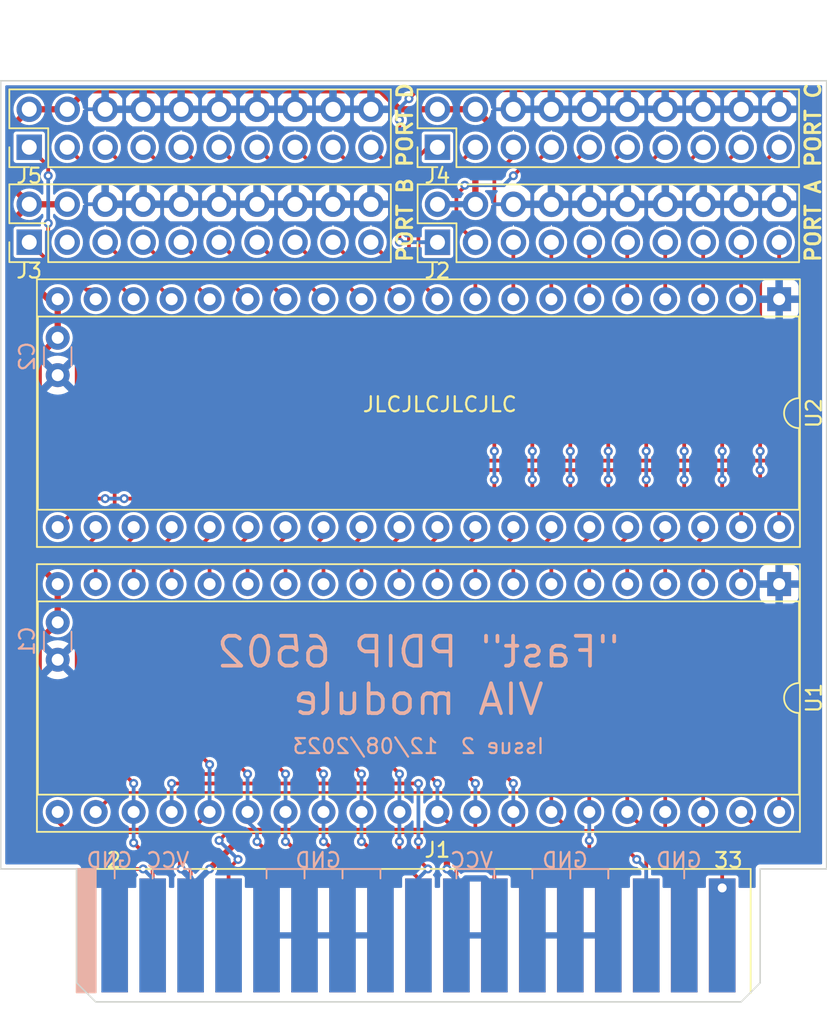
<source format=kicad_pcb>
(kicad_pcb (version 20221018) (generator pcbnew)
  (layers (0 "F.Cu" signal) (31 "B.Cu" signal) (34 "B.Paste" user) (35 "F.Paste" user) (36 "B.SilkS" user "B.Silkscreen") (37 "F.SilkS" user "F.Silkscreen") (38 "B.Mask" user) (39 "F.Mask" user) (44 "Edge.Cuts" user))
  (net 0 "")
  (net 1 "VCCQ")
  (net 3 "/~{VIRQ}")
  (net 4 "/~{VCS}")
  (net 5 "/VCLK")
  (net 6 "/V~{R}W")
  (net 7 "/VR~{W}")
  (net 8 "/VD7")
  (net 9 "/VD6")
  (net 10 "/VD5")
  (net 11 "/VD4")
  (net 12 "/~{VA7}")
  (net 13 "/VD3")
  (net 14 "/VD2")
  (net 15 "/VD1")
  (net 16 "/VD0")
  (net 17 "/VA7")
  (net 18 "/VA3")
  (net 19 "/~{VRESET}")
  (net 20 "/VA2")
  (net 21 "/VA1")
  (net 22 "/VA0")
  (net 23 "/CA2")
  (net 24 "/CA1")
  (net 25 "/PA7")
  (net 26 "/PA6")
  (net 27 "/PA5")
  (net 28 "/PA4")
  (net 29 "/PA3")
  (net 30 "/PA2")
  (net 31 "/PA1")
  (net 32 "/PA0")
  (net 33 "/CB2")
  (net 35 "/PB7")
  (net 36 "/PB6")
  (net 37 "/PB5")
  (net 38 "/PB4")
  (net 39 "/PB3")
  (net 40 "/PB2")
  (net 41 "/PB1")
  (net 42 "GND1")
  (net 43 "/PB0")
  (net 44 "/CC2")
  (net 45 "/CC1")
  (net 46 "/PC7")
  (net 47 "/PC6")
  (net 48 "/PC5")
  (net 49 "/PC4")
  (net 50 "/PC3")
  (net 51 "/PC2")
  (net 52 "/PC1")
  (net 53 "/PC0")
  (net 54 "/CD2")
  (net 55 "/CD1")
  (net 56 "/PD7")
  (net 57 "/PD6")
  (net 58 "/PD5")
  (net 59 "/PD4")
  (net 60 "/PD3")
  (net 61 "/PD2")
  (net 62 "/PD1")
  (net 63 "/PD0")
  (net 64 "/CB1")
  (footprint "Connector_PinHeader_2.54mm:PinHeader_2x10_P2.54mm_Vertical" (layer "F.Cu") (at 196.85 31.115 90)
    (fp_text reference "J3")
    (fp_text value "Conn_02x10_Odd_Even")
  )
  (footprint "Package_DIP:DIP-40_W15.24mm_Socket" (layer "F.Cu") (at 247.015 53.975 -90)
    (fp_text reference "U1")
    (fp_text value "WD65C22")
  )
  (footprint "Connector_PinHeader_2.54mm:PinHeader_2x10_P2.54mm_Vertical" (layer "F.Cu") (at 224.16 31.12 90)
    (fp_text reference "J2")
    (fp_text value "Conn_02x10_Odd_Even")
  )
  (footprint "Package_DIP:DIP-40_W15.24mm_Socket" (layer "F.Cu") (at 247.015 34.925 -90)
    (fp_text reference "U2")
    (fp_text value "WD65C22")
  )
  (footprint "Connector_PinHeader_2.54mm:PinHeader_2x10_P2.54mm_Vertical" (layer "F.Cu") (at 196.85 24.765 90)
    (fp_text reference "J5")
    (fp_text value "Conn_02x10_Odd_Even")
  )
  (footprint "Connector_PinHeader_2.54mm:PinHeader_2x10_P2.54mm_Vertical" (layer "F.Cu") (at 224.155 24.765 90)
    (fp_text reference "J4")
    (fp_text value "Conn_02x10_Odd_Even")
  )
  (footprint "6502fast2:6502fast2_IO_PCBEdge" (layer "F.Cu") (at 224.155 71.755)
    (fp_text reference "J1")
    (fp_text value "conn_pcb_edge_33pin_sense")
  )
  (footprint "Capacitor_THT:C_Disc_D3.0mm_W1.6mm_P2.50mm" (layer "B.Cu") (at 198.755 56.535 -90)
    (fp_text reference "C1")
    (fp_text value ".1u")
  )
  (footprint "Capacitor_THT:C_Disc_D3.0mm_W1.6mm_P2.50mm" (layer "B.Cu") (at 198.755 37.505 -90)
    (fp_text reference "C2")
    (fp_text value ".1u")
  )
  (gr_line (start 250.19 20.32) (end 250.19 73.025) (stroke (width 0.1)) (layer "Edge.Cuts"))
  (gr_line (start 245.745 80.645) (end 244.475 81.915) (stroke (width 0.1)) (layer "Edge.Cuts"))
  (gr_line (start 244.475 81.915) (end 201.295 81.915) (stroke (width 0.1)) (layer "Edge.Cuts"))
  (gr_line (start 194.945 73.025) (end 200.025 73.025) (stroke (width 0.1)) (layer "Edge.Cuts"))
  (gr_line (start 200.025 73.025) (end 200.025 80.645) (stroke (width 0.1)) (layer "Edge.Cuts"))
  (gr_line (start 245.745 73.025) (end 250.19 73.025) (stroke (width 0.1)) (layer "Edge.Cuts"))
  (gr_line (start 194.945 20.32) (end 250.19 20.32) (stroke (width 0.1)) (layer "Edge.Cuts"))
  (gr_line (start 194.945 73.025) (end 194.945 20.32) (stroke (width 0.1)) (layer "Edge.Cuts"))
  (gr_line (start 201.295 81.915) (end 200.025 80.645) (stroke (width 0.1)) (layer "Edge.Cuts"))
  (gr_line (start 245.745 80.645) (end 245.745 73.025) (stroke (width 0.1)) (layer "Edge.Cuts"))
  (gr_text "{dblquote}Fast{dblquote} PDIP 6502" (at 222.885 59.69) (layer "B.SilkS") (effects (font (size 2 2) (thickness 0.25)) (justify bottom mirror)))
  (gr_text "VIA module" (at 222.885 62.865) (layer "B.SilkS") (effects (font (size 2 2) (thickness 0.25)) (justify bottom mirror)))
  (gr_text "Issue 2  12/08/2023" (at 222.885 65.405) (layer "B.SilkS") (effects (font (size 1 1)) (justify bottom mirror)))
  (gr_text "PORT D" (at 222.5675 26.19375 90) (layer "F.SilkS") (effects (font (size 1 1) (thickness 0.2) bold) (justify left bottom)))
  (gr_text "PORT B" (at 222.5675 32.54375 90) (layer "F.SilkS") (effects (font (size 1 1) (thickness 0.2) bold) (justify left bottom)))
  (gr_text "JLCJLCJLCJLC" (at 219.075 42.545) (layer "F.SilkS") (effects (font (size 1 1)) (justify left bottom)))
  (gr_text "PORT C" (at 249.8725 26.19375 90) (layer "F.SilkS") (effects (font (size 1 1) (thickness 0.2) bold) (justify left bottom)))
  (gr_text "PORT A" (at 249.8725 32.54375 90) (layer "F.SilkS") (effects (font (size 1 1) (thickness 0.2) bold) (justify left bottom)))
  (segment (start 195.58 27.3) (end 195.58 23.495) (width 0.42) (layer "F.Cu") (net 1))
  (segment (start 197.485 52.705) (end 197.485 38.755) (width 0.42) (layer "F.Cu") (net 1))
  (segment (start 224.79 73.025) (end 224.79 71.755) (width 0.42) (layer "F.Cu") (net 1))
  (segment (start 197.505 57.785) (end 198.755 56.535) (width 0.42) (layer "F.Cu") (net 1))
  (segment (start 204.451634 70.485) (end 200.66 70.485) (width 0.42) (layer "F.Cu") (net 1))
  (segment (start 211.455 70.485) (end 208.915 73.025) (width 0.42) (layer "F.Cu") (net 1))
  (segment (start 205.74 70.485) (end 205.730817 70.494183) (width 0.42) (layer "F.Cu") (net 1))
  (segment (start 200.66 70.485) (end 200.025 69.85) (width 0.42) (layer "F.Cu") (net 1))
  (segment (start 196.855 28.575) (end 195.58 27.3) (width 0.42) (layer "F.Cu") (net 1))
  (segment (start 200.025 67.945) (end 197.485 65.405) (width 0.42) (layer "F.Cu") (net 1))
  (segment (start 197.485 65.405) (end 197.485 57.785) (width 0.42) (layer "F.Cu") (net 1))
  (segment (start 224.155 22.225) (end 226.695 22.225) (width 0.42) (layer "F.Cu") (net 1))
  (segment (start 221.615 22.225) (end 220.345 20.955) (width 0.42) (layer "F.Cu") (net 1))
  (segment (start 197.485 38.755) (end 198.755 37.485) (width 0.42) (layer "F.Cu") (net 1))
  (segment (start 224.155 22.225) (end 221.615 22.225) (width 0.42) (layer "F.Cu") (net 1))
  (segment (start 198.14 34.945) (end 195.58 32.385) (width 0.42) (layer "F.Cu") (net 1))
  (segment (start 227.965 25.4) (end 227.965 23.495) (width 0.42) (layer "F.Cu") (net 1))
  (segment (start 195.58 32.385) (end 195.58 29.85) (width 0.42) (layer "F.Cu") (net 1))
  (segment (start 198.755 37.485) (end 198.755 34.945) (width 0.42) (layer "F.Cu") (net 1))
  (segment (start 223.52 70.485) (end 211.455 70.485) (width 0.42) (layer "F.Cu") (net 1))
  (segment (start 196.85 22.225) (end 199.39 22.225) (width 0.42) (layer "F.Cu") (net 1))
  (segment (start 227.965 23.495) (end 226.695 22.225) (width 0.42) (layer "F.Cu") (net 1))
  (segment (start 207.01 71.755) (end 205.74 70.485) (width 0.42) (layer "F.Cu") (net 1))
  (segment (start 226.695 28.575) (end 226.695 26.67) (width 0.42) (layer "F.Cu") (net 1))
  (segment (start 207.01 73.025) (end 207.01 71.755) (width 0.42) (layer "F.Cu") (net 1))
  (segment (start 195.58 29.85) (end 196.855 28.575) (width 0.42) (layer "F.Cu") (net 1))
  (segment (start 198.755 56.535) (end 198.755 53.975) (width 0.42) (layer "F.Cu") (net 1))
  (segment (start 224.79 71.755) (end 223.52 70.485) (width 0.42) (layer "F.Cu") (net 1))
  (segment (start 198.755 53.975) (end 197.485 52.705) (width 0.42) (layer "F.Cu") (net 1))
  (segment (start 200.66 20.955) (end 199.39 22.225) (width 0.42) (layer "F.Cu") (net 1))
  (segment (start 205.730817 70.494183) (end 204.460817 70.494183) (width 0.42) (layer "F.Cu") (net 1))
  (segment (start 226.695 26.67) (end 227.965 25.4) (width 0.42) (layer "F.Cu") (net 1))
  (segment (start 197.485 57.785) (end 197.505 57.785) (width 0.42) (layer "F.Cu") (net 1))
  (segment (start 196.86 28.58) (end 198.76 28.58) (width 0.42) (layer "F.Cu") (net 1))
  (segment (start 195.58 23.495) (end 196.85 22.225) (width 0.42) (layer "F.Cu") (net 1))
  (segment (start 204.460817 70.494183) (end 204.451634 70.485) (width 0.42) (layer "F.Cu") (net 1))
  (segment (start 200.025 69.85) (end 200.025 67.945) (width 0.42) (layer "F.Cu") (net 1))
  (segment (start 220.345 20.955) (end 200.66 20.955) (width 0.42) (layer "F.Cu") (net 1))
  (segment (start 198.755 34.945) (end 198.14 34.945) (width 0.42) (layer "F.Cu") (net 1))
  (via (at 224.79 73.025) (size 0.6) (drill 0.3) (layers "F.Cu" "B.Cu") (net 1))
  (via (at 208.915 73.025) (size 0.6) (drill 0.3) (layers "F.Cu" "B.Cu") (net 1))
  (via (at 207.01 73.025) (size 0.6) (drill 0.3) (layers "F.Cu" "B.Cu") (net 1))
  (segment (start 225.425 77.47) (end 225.425 73.66) (width 0.42) (layer "B.Cu") (net 1))
  (segment (start 207.645 73.66) (end 207.01 73.025) (width 0.42) (layer "B.Cu") (net 1))
  (segment (start 226.06 73.66) (end 227.33 73.66) (width 0.42) (layer "B.Cu") (net 1))
  (segment (start 225.425 74.295) (end 226.06 73.66) (width 0.42) (layer "B.Cu") (net 1))
  (segment (start 207.645 77.47) (end 207.645 73.66) (width 0.42) (layer "B.Cu") (net 1))
  (segment (start 208.915 73.025) (end 207.645 74.295) (width 0.42) (layer "B.Cu") (net 1))
  (segment (start 227.33 73.66) (end 227.965 74.295) (width 0.42) (layer "B.Cu") (net 1))
  (segment (start 225.425 73.66) (end 224.79 73.025) (width 0.42) (layer "B.Cu") (net 1))
  (segment (start 225.425 77.47) (end 227.965 77.47) (width 0.42) (layer "B.Cu") (net 1))
  (segment (start 226.695 28.575) (end 224.155 28.575) (width 0.42) (layer "B.Cu") (net 1))
  (segment (start 198.755 69.85) (end 201.93 73.025) (width 0.25) (layer "F.Cu") (net 3))
  (segment (start 201.93 73.025) (end 204.47 73.025) (width 0.25) (layer "F.Cu") (net 3))
  (segment (start 198.755 69.215) (end 198.755 69.85) (width 0.25) (layer "F.Cu") (net 3))
  (via (at 204.47 73.025) (size 0.6) (drill 0.3) (layers "F.Cu" "B.Cu") (net 3))
  (segment (start 205.105 73.66) (end 204.47 73.025) (width 0.25) (layer "B.Cu") (net 3))
  (segment (start 205.105 77.47) (end 205.105 73.66) (width 0.25) (layer "B.Cu") (net 3))
  (segment (start 202.565 52.07) (end 202.565 66.04) (width 0.25) (layer "F.Cu") (net 4))
  (segment (start 203.835 50.8) (end 202.565 52.07) (width 0.25) (layer "F.Cu") (net 4))
  (segment (start 202.565 66.04) (end 203.835 67.31) (width 0.25) (layer "F.Cu") (net 4))
  (segment (start 205.105 72.54875) (end 205.105 77.47) (width 0.25) (layer "F.Cu") (net 4))
  (segment (start 203.835 71.27875) (end 205.105 72.54875) (width 0.25) (layer "F.Cu") (net 4))
  (via (at 203.835 67.31) (size 0.6) (drill 0.3) (layers "F.Cu" "B.Cu") (net 4))
  (via (at 203.835 71.27875) (size 0.6) (drill 0.3) (layers "F.Cu" "B.Cu") (net 4))
  (segment (start 203.835 71.27875) (end 203.835 69.215) (width 0.25) (layer "B.Cu") (net 4))
  (segment (start 203.835 69.215) (end 203.835 67.31) (width 0.25) (layer "B.Cu") (net 4))
  (segment (start 207.645 70.485) (end 207.645 77.47) (width 0.25) (layer "F.Cu") (net 5))
  (segment (start 207.645 52.07) (end 208.915 50.8) (width 0.25) (layer "F.Cu") (net 5))
  (segment (start 207.645 64.77) (end 207.645 52.07) (width 0.25) (layer "F.Cu") (net 5))
  (segment (start 208.915 69.215) (end 207.645 70.485) (width 0.25) (layer "F.Cu") (net 5))
  (segment (start 208.915 66.04) (end 207.645 64.77) (width 0.25) (layer "F.Cu") (net 5))
  (via (at 208.915 66.04) (size 0.6) (drill 0.3) (layers "F.Cu" "B.Cu") (net 5))
  (segment (start 208.915 69.215) (end 208.915 66.04) (width 0.25) (layer "B.Cu") (net 5))
  (segment (start 210.185 73.025) (end 210.185 77.47) (width 0.25) (layer "F.Cu") (net 7))
  (segment (start 200.025 65.405) (end 200.025 52.07) (width 0.25) (layer "F.Cu") (net 7))
  (segment (start 202.565 67.945) (end 200.025 65.405) (width 0.25) (layer "F.Cu") (net 7))
  (segment (start 209.55 67.945) (end 202.565 67.945) (width 0.25) (layer "F.Cu") (net 7))
  (segment (start 200.025 52.07) (end 201.295 50.8) (width 0.25) (layer "F.Cu") (net 7))
  (segment (start 210.185 70.485) (end 210.185 68.58) (width 0.25) (layer "F.Cu") (net 7))
  (segment (start 210.185 68.58) (end 209.55 67.945) (width 0.25) (layer "F.Cu") (net 7))
  (segment (start 209.55 71.12) (end 210.185 70.485) (width 0.25) (layer "F.Cu") (net 7))
  (segment (start 210.82 72.39) (end 210.185 73.025) (width 0.25) (layer "F.Cu") (net 7))
  (segment (start 201.295 69.215) (end 202.565 67.945) (width 0.25) (layer "F.Cu") (net 7))
  (via (at 209.55 71.12) (size 0.6) (drill 0.3) (layers "F.Cu" "B.Cu") (net 7))
  (via (at 210.82 72.39) (size 0.6) (drill 0.3) (layers "F.Cu" "B.Cu") (net 7))
  (segment (start 209.55 71.12) (end 210.82 72.39) (width 0.25) (layer "B.Cu") (net 7))
  (segment (start 210.185 52.07) (end 211.455 50.8) (width 0.25) (layer "F.Cu") (net 8))
  (segment (start 210.185 65.405) (end 210.185 52.07) (width 0.25) (layer "F.Cu") (net 8))
  (segment (start 212.09 71.1945) (end 212.725 71.8295) (width 0.25) (layer "F.Cu") (net 8))
  (segment (start 211.455 66.675) (end 210.185 65.405) (width 0.25) (layer "F.Cu") (net 8))
  (segment (start 212.725 71.8295) (end 212.725 77.47) (width 0.25) (layer "F.Cu") (net 8))
  (via (at 212.09 71.1945) (size 0.6) (drill 0.3) (layers "F.Cu" "B.Cu") (net 8))
  (via (at 211.455 66.675) (size 0.6) (drill 0.3) (layers "F.Cu" "B.Cu") (net 8))
  (segment (start 212.09 71.1945) (end 212.09 70.485) (width 0.25) (layer "B.Cu") (net 8))
  (segment (start 212.09 70.485) (end 211.455 69.85) (width 0.25) (layer "B.Cu") (net 8))
  (segment (start 211.455 69.215) (end 211.455 66.675) (width 0.25) (layer "B.Cu") (net 8))
  (segment (start 212.725 52.07) (end 213.995 50.8) (width 0.25) (layer "F.Cu") (net 9))
  (segment (start 214.0695 71.1945) (end 215.265 72.39) (width 0.25) (layer "F.Cu") (net 9))
  (segment (start 213.995 66.675) (end 212.725 65.405) (width 0.25) (layer "F.Cu") (net 9))
  (segment (start 215.265 72.39) (end 215.265 77.47) (width 0.25) (layer "F.Cu") (net 9))
  (segment (start 212.725 65.405) (end 212.725 52.07) (width 0.25) (layer "F.Cu") (net 9))
  (segment (start 213.995 71.1945) (end 214.0695 71.1945) (width 0.25) (layer "F.Cu") (net 9))
  (via (at 213.995 66.675) (size 0.6) (drill 0.3) (layers "F.Cu" "B.Cu") (net 9))
  (via (at 213.995 71.1945) (size 0.6) (drill 0.3) (layers "F.Cu" "B.Cu") (net 9))
  (segment (start 213.995 69.215) (end 213.995 71.1945) (width 0.25) (layer "B.Cu") (net 9))
  (segment (start 213.995 69.215) (end 213.995 66.675) (width 0.25) (layer "B.Cu") (net 9))
  (segment (start 215.265 65.405) (end 215.265 52.07) (width 0.25) (layer "F.Cu") (net 10))
  (segment (start 217.805 72.39) (end 217.805 73.66) (width 0.25) (layer "F.Cu") (net 10))
  (segment (start 216.6095 71.1945) (end 217.805 72.39) (width 0.25) (layer "F.Cu") (net 10))
  (segment (start 215.265 52.07) (end 216.535 50.8) (width 0.25) (layer "F.Cu") (net 10))
  (segment (start 217.805 73.66) (end 217.805 77.47) (width 0.25) (layer "F.Cu") (net 10))
  (segment (start 216.535 71.1945) (end 216.6095 71.1945) (width 0.25) (layer "F.Cu") (net 10))
  (segment (start 216.535 66.675) (end 215.265 65.405) (width 0.25) (layer "F.Cu") (net 10))
  (via (at 216.535 66.675) (size 0.6) (drill 0.3) (layers "F.Cu" "B.Cu") (net 10))
  (via (at 216.535 71.1945) (size 0.6) (drill 0.3) (layers "F.Cu" "B.Cu") (net 10))
  (segment (start 216.535 69.215) (end 216.535 66.675) (width 0.25) (layer "B.Cu") (net 10))
  (segment (start 216.535 69.215) (end 216.535 71.1945) (width 0.25) (layer "B.Cu") (net 10))
  (segment (start 217.805 52.07) (end 219.075 50.8) (width 0.25) (layer "F.Cu") (net 11))
  (segment (start 219.1495 71.1945) (end 220.345 72.39) (width 0.25) (layer "F.Cu") (net 11))
  (segment (start 219.075 71.1945) (end 219.1495 71.1945) (width 0.25) (layer "F.Cu") (net 11))
  (segment (start 220.345 72.39) (end 220.345 73.66) (width 0.25) (layer "F.Cu") (net 11))
  (segment (start 220.345 73.66) (end 220.345 77.47) (width 0.25) (layer "F.Cu") (net 11))
  (segment (start 219.075 66.675) (end 217.805 65.405) (width 0.25) (layer "F.Cu") (net 11))
  (segment (start 217.805 65.405) (end 217.805 52.07) (width 0.25) (layer "F.Cu") (net 11))
  (via (at 219.075 71.1945) (size 0.6) (drill 0.3) (layers "F.Cu" "B.Cu") (net 11))
  (via (at 219.075 66.675) (size 0.6) (drill 0.3) (layers "F.Cu" "B.Cu") (net 11))
  (segment (start 219.075 69.215) (end 219.075 71.1945) (width 0.25) (layer "B.Cu") (net 11))
  (segment (start 219.075 69.215) (end 219.075 66.675) (width 0.25) (layer "B.Cu") (net 11))
  (segment (start 223.52 73.025) (end 222.885 72.39) (width 0.25) (layer "F.Cu") (net 12))
  (segment (start 206.375 50.8) (end 205.105 52.07) (width 0.25) (layer "F.Cu") (net 12))
  (segment (start 222.885 72.39) (end 222.885 71.1945) (width 0.25) (layer "F.Cu") (net 12))
  (segment (start 205.105 64.77) (end 207.01 66.675) (width 0.25) (layer "F.Cu") (net 12))
  (segment (start 210.186396 66.675) (end 210.821396 67.31) (width 0.25) (layer "F.Cu") (net 12))
  (segment (start 207.01 66.675) (end 210.186396 66.675) (width 0.25) (layer "F.Cu") (net 12))
  (segment (start 205.105 52.07) (end 205.105 64.77) (width 0.25) (layer "F.Cu") (net 12))
  (segment (start 210.821396 67.31) (end 222.885 67.31) (width 0.25) (layer "F.Cu") (net 12))
  (via (at 223.52 73.025) (size 0.6) (drill 0.3) (layers "F.Cu" "B.Cu") (net 12))
  (via (at 222.885 71.1945) (size 0.6) (drill 0.3) (layers "F.Cu" "B.Cu") (net 12))
  (via (at 222.885 67.31) (size 0.6) (drill 0.3) (layers "F.Cu" "B.Cu") (net 12))
  (segment (start 222.885 73.66) (end 222.885 77.47) (width 0.25) (layer "B.Cu") (net 12))
  (segment (start 222.885 71.1945) (end 222.885 67.31) (width 0.25) (layer "B.Cu") (net 12))
  (segment (start 222.885 73.66) (end 223.52 73.025) (width 0.25) (layer "B.Cu") (net 12))
  (segment (start 222.885 73.66) (end 222.885 77.47) (width 0.25) (layer "F.Cu") (net 13))
  (segment (start 221.615 72.39) (end 222.885 73.66) (width 0.25) (layer "F.Cu") (net 13))
  (segment (start 221.615 71.1945) (end 221.615 72.39) (width 0.25) (layer "F.Cu") (net 13))
  (segment (start 220.345 52.07) (end 221.615 50.8) (width 0.25) (layer "F.Cu") (net 13))
  (segment (start 220.345 65.405) (end 220.345 52.07) (width 0.25) (layer "F.Cu") (net 13))
  (segment (start 221.615 66.675) (end 220.345 65.405) (width 0.25) (layer "F.Cu") (net 13))
  (via (at 221.615 66.675) (size 0.6) (drill 0.3) (layers "F.Cu" "B.Cu") (net 13))
  (via (at 221.615 71.1945) (size 0.6) (drill 0.3) (layers "F.Cu" "B.Cu") (net 13))
  (segment (start 221.615 71.1945) (end 221.615 69.215) (width 0.25) (layer "B.Cu") (net 13))
  (segment (start 221.615 69.215) (end 221.615 66.675) (width 0.25) (layer "B.Cu") (net 13))
  (segment (start 225.425 77.47) (end 225.425 70.485) (width 0.25) (layer "F.Cu") (net 14))
  (segment (start 222.885 52.07) (end 224.155 50.8) (width 0.25) (layer "F.Cu") (net 14))
  (segment (start 225.425 70.485) (end 224.155 69.215) (width 0.25) (layer "F.Cu") (net 14))
  (segment (start 224.155 67.31) (end 222.885 66.04) (width 0.25) (layer "F.Cu") (net 14))
  (segment (start 222.885 66.04) (end 222.885 52.07) (width 0.25) (layer "F.Cu") (net 14))
  (via (at 224.155 67.31) (size 0.6) (drill 0.3) (layers "F.Cu" "B.Cu") (net 14))
  (segment (start 224.155 69.215) (end 224.155 67.31) (width 0.25) (layer "B.Cu") (net 14))
  (segment (start 226.695 69.215) (end 226.695 71.755) (width 0.25) (layer "F.Cu") (net 15))
  (segment (start 226.695 67.31) (end 225.425 66.04) (width 0.25) (layer "F.Cu") (net 15))
  (segment (start 226.695 71.755) (end 227.965 73.025) (width 0.25) (layer "F.Cu") (net 15))
  (segment (start 225.425 52.07) (end 226.695 50.8) (width 0.25) (layer "F.Cu") (net 15))
  (segment (start 225.425 66.04) (end 225.425 52.07) (width 0.25) (layer "F.Cu") (net 15))
  (segment (start 227.965 73.025) (end 227.965 77.47) (width 0.25) (layer "F.Cu") (net 15))
  (via (at 226.695 67.31) (size 0.6) (drill 0.3) (layers "F.Cu" "B.Cu") (net 15))
  (segment (start 226.695 69.215) (end 226.695 67.31) (width 0.25) (layer "B.Cu") (net 15))
  (segment (start 227.965 66.04) (end 227.965 52.07) (width 0.25) (layer "F.Cu") (net 16))
  (segment (start 229.235 71.755) (end 230.505 73.025) (width 0.25) (layer "F.Cu") (net 16))
  (segment (start 227.965 52.07) (end 229.235 50.8) (width 0.25) (layer "F.Cu") (net 16))
  (segment (start 229.235 67.31) (end 227.965 66.04) (width 0.25) (layer "F.Cu") (net 16))
  (segment (start 229.235 69.215) (end 229.235 71.755) (width 0.25) (layer "F.Cu") (net 16))
  (segment (start 230.505 73.025) (end 230.505 77.47) (width 0.25) (layer "F.Cu") (net 16))
  (via (at 229.235 67.31) (size 0.6) (drill 0.3) (layers "F.Cu" "B.Cu") (net 16))
  (segment (start 229.235 69.215) (end 229.235 67.31) (width 0.25) (layer "B.Cu") (net 16))
  (segment (start 210.82 67.945) (end 229.87 67.945) (width 0.25) (layer "F.Cu") (net 17))
  (segment (start 206.375 67.31) (end 210.185 67.31) (width 0.25) (layer "F.Cu") (net 17))
  (segment (start 229.87 67.945) (end 230.505 68.58) (width 0.25) (layer "F.Cu") (net 17))
  (segment (start 233.045 73.025) (end 233.045 77.47) (width 0.25) (layer "F.Cu") (net 17))
  (segment (start 210.185 67.31) (end 210.82 67.945) (width 0.25) (layer "F.Cu") (net 17))
  (segment (start 230.505 70.485) (end 233.045 73.025) (width 0.25) (layer "F.Cu") (net 17))
  (segment (start 230.505 68.58) (end 230.505 70.485) (width 0.25) (layer "F.Cu") (net 17))
  (via (at 206.375 67.31) (size 0.6) (drill 0.3) (layers "F.Cu" "B.Cu") (net 17))
  (segment (start 206.375 69.215) (end 206.375 67.31) (width 0.25) (layer "B.Cu") (net 17))
  (segment (start 234.315 71.755) (end 235.585 73.025) (width 0.25) (layer "F.Cu") (net 18))
  (segment (start 234.315 67.3) (end 233.045 66.03) (width 0.25) (layer "F.Cu") (net 18))
  (segment (start 233.045 52.07) (end 234.315 50.8) (width 0.25) (layer "F.Cu") (net 18))
  (segment (start 235.585 73.025) (end 235.585 77.47) (width 0.25) (layer "F.Cu") (net 18))
  (segment (start 234.315 71.755) (end 234.315 71.12) (width 0.25) (layer "F.Cu") (net 18))
  (segment (start 233.045 66.03) (end 233.045 52.07) (width 0.25) (layer "F.Cu") (net 18))
  (segment (start 234.315 69.195) (end 234.315 67.3) (width 0.25) (layer "F.Cu") (net 18))
  (via (at 234.315 71.12) (size 0.6) (drill 0.3) (layers "F.Cu" "B.Cu") (net 18))
  (segment (start 234.315 71.12) (end 234.315 69.215) (width 0.25) (layer "B.Cu") (net 18))
  (segment (start 231.775 69.215) (end 231.775 67.31) (width 0.25) (layer "F.Cu") (net 19))
  (segment (start 230.505 52.07) (end 231.775 50.8) (width 0.25) (layer "F.Cu") (net 19))
  (segment (start 233.045 70.485) (end 235.585 70.485) (width 0.25) (layer "F.Cu") (net 19))
  (segment (start 231.775 67.31) (end 230.505 66.04) (width 0.25) (layer "F.Cu") (net 19))
  (segment (start 230.505 66.04) (end 230.505 52.07) (width 0.25) (layer "F.Cu") (net 19))
  (segment (start 231.775 69.215) (end 233.045 70.485) (width 0.25) (layer "F.Cu") (net 19))
  (segment (start 235.585 70.485) (end 237.49 72.39) (width 0.25) (layer "F.Cu") (net 19))
  (via (at 237.49 72.39) (size 0.6) (drill 0.3) (layers "F.Cu" "B.Cu") (net 19))
  (segment (start 237.49 72.39) (end 238.125 73.025) (width 0.25) (layer "B.Cu") (net 19))
  (segment (start 238.125 73.025) (end 238.125 77.47) (width 0.25) (layer "B.Cu") (net 19))
  (segment (start 236.855 69.195) (end 236.855 67.3) (width 0.25) (layer "F.Cu") (net 20))
  (segment (start 236.855 67.3) (end 235.585 66.03) (width 0.25) (layer "F.Cu") (net 20))
  (segment (start 235.585 52.07) (end 236.855 50.8) (width 0.25) (layer "F.Cu") (net 20))
  (segment (start 238.125 70.485) (end 236.855 69.215) (width 0.25) (layer "F.Cu") (net 20))
  (segment (start 238.125 77.47) (end 238.125 70.485) (width 0.25) (layer "F.Cu") (net 20))
  (segment (start 235.585 66.03) (end 235.585 52.07) (width 0.25) (layer "F.Cu") (net 20))
  (segment (start 240.665 73.025) (end 240.665 77.47) (width 0.25) (layer "F.Cu") (net 21))
  (segment (start 239.395 67.31) (end 238.125 66.04) (width 0.25) (layer "F.Cu") (net 21))
  (segment (start 239.395 69.215) (end 239.395 71.755) (width 0.25) (layer "F.Cu") (net 21))
  (segment (start 239.395 71.755) (end 240.665 73.025) (width 0.25) (layer "F.Cu") (net 21))
  (segment (start 239.395 69.195) (end 239.395 67.31) (width 0.25) (layer "F.Cu") (net 21))
  (segment (start 238.125 52.07) (end 239.395 50.8) (width 0.25) (layer "F.Cu") (net 21))
  (segment (start 238.125 66.04) (end 238.125 52.07) (width 0.25) (layer "F.Cu") (net 21))
  (segment (start 243.205 73.025) (end 243.205 77.47) (width 0.25) (layer "F.Cu") (net 22))
  (segment (start 241.935 71.755) (end 243.205 73.025) (width 0.25) (layer "F.Cu") (net 22))
  (segment (start 241.935 69.215) (end 241.935 71.755) (width 0.25) (layer "F.Cu") (net 22))
  (segment (start 241.935 50.8) (end 240.665 52.07) (width 0.25) (layer "F.Cu") (net 22))
  (segment (start 240.665 52.07) (end 240.665 66.04) (width 0.25) (layer "F.Cu") (net 22))
  (segment (start 240.665 66.04) (end 241.935 67.31) (width 0.25) (layer "F.Cu") (net 22))
  (segment (start 241.935 67.31) (end 241.935 69.215) (width 0.25) (layer "F.Cu") (net 22))
  (segment (start 249.555 22.225) (end 249.555 68.58) (width 0.25) (layer "F.Cu") (net 23))
  (segment (start 248.285 20.955) (end 249.555 22.225) (width 0.25) (layer "F.Cu") (net 23))
  (segment (start 222.25 21.5155) (end 222.8105 20.955) (width 0.25) (layer "F.Cu") (net 23))
  (segment (start 245.745 70.485) (end 244.475 69.215) (width 0.25) (layer "F.Cu") (net 23))
  (segment (start 221.615 31.115) (end 221.615 22.9345) (width 0.25) (layer "F.Cu") (net 23))
  (segment (start 247.65 70.485) (end 245.745 70.485) (width 0.25) (layer "F.Cu") (net 23))
  (segment (start 222.8105 20.955) (end 248.285 20.955) (width 0.25) (layer "F.Cu") (net 23))
  (segment (start 249.555 68.58) (end 247.65 70.485) (width 0.25) (layer "F.Cu") (net 23))
  (via (at 222.25 21.5155) (size 0.6) (drill 0.3) (layers "F.Cu" "B.Cu") (net 23))
  (via (at 221.615 22.9345) (size 0.6) (drill 0.3) (layers "F.Cu" "B.Cu") (net 23))
  (via (at 221.615 31.115) (size 0.6) (drill 0.3) (layers "F.Cu" "B.Cu") (net 23))
  (segment (start 222.25 21.5155) (end 221.615 22.1505) (width 0.25) (layer "B.Cu") (net 23))
  (segment (start 221.615 22.1505) (end 221.615 22.9345) (width 0.25) (layer "B.Cu") (net 23))
  (segment (start 224.155 31.115) (end 221.615 31.115) (width 0.25) (layer "B.Cu") (net 23))
  (segment (start 225.425 27.94) (end 225.9855 27.3795) (width 0.25) (layer "F.Cu") (net 24))
  (segment (start 226.695 31.115) (end 225.425 29.845) (width 0.25) (layer "F.Cu") (net 24))
  (segment (start 230.505 25.398604) (end 230.505 24.13) (width 0.25) (layer "F.Cu") (net 24))
  (segment (start 229.235 26.67) (end 229.235 26.668604) (width 0.25) (layer "F.Cu") (net 24))
  (segment (start 225.9855 27.3795) (end 225.9855 27.305) (width 0.25) (layer "F.Cu") (net 24))
  (segment (start 230.505 24.13) (end 231.14 23.495) (width 0.25) (layer "F.Cu") (net 24))
  (segment (start 248.92 24.13) (end 248.92 63.5) (width 0.25) (layer "F.Cu") (net 24))
  (segment (start 248.92 63.5) (end 247.015 65.405) (width 0.25) (layer "F.Cu") (net 24))
  (segment (start 247.015 65.405) (end 247.015 69.215) (width 0.25) (layer "F.Cu") (net 24))
  (segment (start 225.425 29.845) (end 225.425 27.94) (width 0.25) (layer "F.Cu") (net 24))
  (segment (start 248.285 23.495) (end 248.92 24.13) (width 0.25) (layer "F.Cu") (net 24))
  (segment (start 229.235 26.668604) (end 230.505 25.398604) (width 0.25) (layer "F.Cu") (net 24))
  (segment (start 231.14 23.495) (end 248.285 23.495) (width 0.25) (layer "F.Cu") (net 24))
  (via (at 225.9855 27.305) (size 0.6) (drill 0.3) (layers "F.Cu" "B.Cu") (net 24))
  (via (at 229.235 26.67) (size 0.6) (drill 0.3) (layers "F.Cu" "B.Cu") (net 24))
  (segment (start 227.4045 27.305) (end 228.6 27.305) (width 0.25) (layer "B.Cu") (net 24))
  (segment (start 228.6 27.305) (end 229.235 26.67) (width 0.25) (layer "B.Cu") (net 24))
  (segment (start 225.9855 27.305) (end 227.33 27.305) (width 0.25) (layer "B.Cu") (net 24))
  (segment (start 227.33 27.305) (end 227.4045 27.305) (width 0.25) (layer "B.Cu") (net 24))
  (segment (start 229.235 32.385) (end 229.235 31.115) (width 0.25) (layer "F.Cu") (net 25))
  (segment (start 227.965 45.085) (end 227.965 33.655) (width 0.25) (layer "F.Cu") (net 25))
  (segment (start 227.965 33.655) (end 229.235 32.385) (width 0.25) (layer "F.Cu") (net 25))
  (segment (start 227.965 50.8) (end 226.695 52.07) (width 0.25) (layer "F.Cu") (net 25))
  (segment (start 227.965 46.99) (end 227.965 50.8) (width 0.25) (layer "F.Cu") (net 25))
  (segment (start 226.695 52.07) (end 226.695 53.975) (width 0.25) (layer "F.Cu") (net 25))
  (via (at 227.965 45.085) (size 0.6) (drill 0.3) (layers "F.Cu" "B.Cu") (net 25))
  (via (at 227.965 46.99) (size 0.6) (drill 0.3) (layers "F.Cu" "B.Cu") (net 25))
  (segment (start 227.965 46.99) (end 227.965 45.085) (width 0.25) (layer "B.Cu") (net 25))
  (segment (start 230.505 46.99) (end 230.505 50.8) (width 0.25) (layer "F.Cu") (net 26))
  (segment (start 230.505 45.085) (end 230.505 33.655) (width 0.25) (layer "F.Cu") (net 26))
  (segment (start 230.505 50.8) (end 229.235 52.07) (width 0.25) (layer "F.Cu") (net 26))
  (segment (start 229.235 52.07) (end 229.235 53.975) (width 0.25) (layer "F.Cu") (net 26))
  (segment (start 231.775 32.385) (end 231.775 31.115) (width 0.25) (layer "F.Cu") (net 26))
  (segment (start 230.505 33.655) (end 231.775 32.385) (width 0.25) (layer "F.Cu") (net 26))
  (via (at 230.505 46.99) (size 0.6) (drill 0.3) (layers "F.Cu" "B.Cu") (net 26))
  (via (at 230.505 45.085) (size 0.6) (drill 0.3) (layers "F.Cu" "B.Cu") (net 26))
  (segment (start 230.505 46.99) (end 230.505 45.085) (width 0.25) (layer "B.Cu") (net 26))
  (segment (start 233.045 45.085) (end 233.045 33.655) (width 0.25) (layer "F.Cu") (net 27))
  (segment (start 233.045 33.655) (end 234.315 32.385) (width 0.25) (layer "F.Cu") (net 27))
  (segment (start 233.045 50.8) (end 231.775 52.07) (width 0.25) (layer "F.Cu") (net 27))
  (segment (start 234.315 32.385) (end 234.315 31.115) (width 0.25) (layer "F.Cu") (net 27))
  (segment (start 231.775 52.07) (end 231.775 53.975) (width 0.25) (layer "F.Cu") (net 27))
  (segment (start 233.045 46.99) (end 233.045 50.8) (width 0.25) (layer "F.Cu") (net 27))
  (via (at 233.045 45.085) (size 0.6) (drill 0.3) (layers "F.Cu" "B.Cu") (net 27))
  (via (at 233.045 46.99) (size 0.6) (drill 0.3) (layers "F.Cu" "B.Cu") (net 27))
  (segment (start 233.045 46.99) (end 233.045 45.085) (width 0.25) (layer "B.Cu") (net 27))
  (segment (start 236.855 32.385) (end 236.855 31.115) (width 0.25) (layer "F.Cu") (net 28))
  (segment (start 234.315 52.07) (end 234.315 53.975) (width 0.25) (layer "F.Cu") (net 28))
  (segment (start 235.585 45.085) (end 235.585 33.655) (width 0.25) (layer "F.Cu") (net 28))
  (segment (start 235.585 46.99) (end 235.585 50.8) (width 0.25) (layer "F.Cu") (net 28))
  (segment (start 235.585 33.655) (end 236.855 32.385) (width 0.25) (layer "F.Cu") (net 28))
  (segment (start 235.585 50.8) (end 234.315 52.07) (width 0.25) (layer "F.Cu") (net 28))
  (via (at 235.585 45.085) (size 0.6) (drill 0.3) (layers "F.Cu" "B.Cu") (net 28))
  (via (at 235.585 46.99) (size 0.6) (drill 0.3) (layers "F.Cu" "B.Cu") (net 28))
  (segment (start 235.585 46.99) (end 235.585 45.085) (width 0.25) (layer "B.Cu") (net 28))
  (segment (start 238.125 45.085) (end 238.125 33.655) (width 0.25) (layer "F.Cu") (net 29))
  (segment (start 238.125 33.655) (end 239.395 32.385) (width 0.25) (layer "F.Cu") (net 29))
  (segment (start 236.855 52.07) (end 236.855 53.975) (width 0.25) (layer "F.Cu") (net 29))
  (segment (start 238.125 50.8) (end 236.855 52.07) (width 0.25) (layer "F.Cu") (net 29))
  (segment (start 238.125 46.99) (end 238.125 50.8) (width 0.25) (layer "F.Cu") (net 29))
  (segment (start 239.395 32.385) (end 239.395 31.115) (width 0.25) (layer "F.Cu") (net 29))
  (via (at 238.125 45.085) (size 0.6) (drill 0.3) (layers "F.Cu" "B.Cu") (net 29))
  (via (at 238.125 46.99) (size 0.6) (drill 0.3) (layers "F.Cu" "B.Cu") (net 29))
  (segment (start 238.125 46.99) (end 238.125 45.085) (width 0.25) (layer "B.Cu") (net 29))
  (segment (start 240.665 46.99) (end 240.665 50.8) (width 0.25) (layer "F.Cu") (net 30))
  (segment (start 240.665 45.085) (end 240.665 33.655) (width 0.25) (layer "F.Cu") (net 30))
  (segment (start 239.395 52.07) (end 239.395 53.975) (width 0.25) (layer "F.Cu") (net 30))
  (segment (start 241.935 32.385) (end 241.935 31.115) (width 0.25) (layer "F.Cu") (net 30))
  (segment (start 240.665 50.8) (end 239.395 52.07) (width 0.25) (layer "F.Cu") (net 30))
  (segment (start 240.665 33.655) (end 241.935 32.385) (width 0.25) (layer "F.Cu") (net 30))
  (via (at 240.665 45.085) (size 0.6) (drill 0.3) (layers "F.Cu" "B.Cu") (net 30))
  (via (at 240.665 46.99) (size 0.6) (drill 0.3) (layers "F.Cu" "B.Cu") (net 30))
  (segment (start 240.665 46.99) (end 240.665 45.085) (width 0.25) (layer "B.Cu") (net 30))
  (segment (start 243.205 50.8) (end 241.935 52.07) (width 0.25) (layer "F.Cu") (net 31))
  (segment (start 243.205 45.085) (end 243.205 33.655) (width 0.25) (layer "F.Cu") (net 31))
  (segment (start 243.205 46.99) (end 243.205 50.8) (width 0.25) (layer "F.Cu") (net 31))
  (segment (start 241.935 52.07) (end 241.935 53.975) (width 0.25) (layer "F.Cu") (net 31))
  (segment (start 244.475 32.385) (end 244.475 31.115) (width 0.25) (layer "F.Cu") (net 31))
  (segment (start 243.205 33.655) (end 244.475 32.385) (width 0.25) (layer "F.Cu") (net 31))
  (via (at 243.205 45.085) (size 0.6) (drill 0.3) (layers "F.Cu" "B.Cu") (net 31))
  (via (at 243.205 46.99) (size 0.6) (drill 0.3) (layers "F.Cu" "B.Cu") (net 31))
  (segment (start 243.205 45.085) (end 243.205 46.99) (width 0.25) (layer "B.Cu") (net 31))
  (segment (start 245.745 46.355) (end 245.745 50.8) (width 0.25) (layer "F.Cu") (net 32))
  (segment (start 244.475 52.07) (end 244.475 53.975) (width 0.25) (layer "F.Cu") (net 32))
  (segment (start 247.015 32.385) (end 247.015 31.115) (width 0.25) (layer "F.Cu") (net 32))
  (segment (start 245.745 45.085) (end 245.745 33.655) (width 0.25) (layer "F.Cu") (net 32))
  (segment (start 245.745 33.655) (end 247.015 32.385) (width 0.25) (layer "F.Cu") (net 32))
  (segment (start 245.745 50.8) (end 244.475 52.07) (width 0.25) (layer "F.Cu") (net 32))
  (via (at 245.745 45.085) (size 0.6) (drill 0.3) (layers "F.Cu" "B.Cu") (net 32))
  (via (at 245.745 46.355) (size 0.6) (drill 0.3) (layers "F.Cu" "B.Cu") (net 32))
  (segment (start 245.745 46.355) (end 245.745 45.085) (width 0.25) (layer "B.Cu") (net 32))
  (segment (start 201.295 52.07) (end 202.565 50.8) (width 0.25) (layer "F.Cu") (net 33))
  (segment (start 201.295 53.975) (end 201.295 52.07) (width 0.25) (layer "F.Cu") (net 33))
  (segment (start 200.025 34.29) (end 196.85 31.115) (width 0.25) (layer "F.Cu") (net 33))
  (segment (start 202.565 50.8) (end 202.565 47.625) (width 0.25) (layer "F.Cu") (net 33))
  (segment (start 200.025 45.085) (end 200.025 34.29) (width 0.25) (layer "F.Cu") (net 33))
  (segment (start 202.565 47.625) (end 200.025 45.085) (width 0.25) (layer "F.Cu") (net 33))
  (segment (start 205.1 34.285) (end 205.1 46.355) (width 0.25) (layer "F.Cu") (net 35))
  (segment (start 206.375 52.07) (end 207.645 50.8) (width 0.25) (layer "F.Cu") (net 35))
  (segment (start 205.1 46.355) (end 207.64 48.895) (width 0.25) (layer "F.Cu") (net 35))
  (segment (start 207.645 50.8) (end 207.645 48.895) (width 0.25) (layer "F.Cu") (net 35))
  (segment (start 201.93 31.115) (end 205.1 34.285) (width 0.25) (layer "F.Cu") (net 35))
  (segment (start 206.375 53.975) (end 206.375 52.07) (width 0.25) (layer "F.Cu") (net 35))
  (segment (start 204.47 31.115) (end 207.64 34.285) (width 0.25) (layer "F.Cu") (net 36))
  (segment (start 208.915 52.07) (end 210.185 50.8) (width 0.25) (layer "F.Cu") (net 36))
  (segment (start 207.64 34.285) (end 207.64 46.355) (width 0.25) (layer "F.Cu") (net 36))
  (segment (start 207.64 46.355) (end 210.18 48.895) (width 0.25) (layer "F.Cu") (net 36))
  (segment (start 210.185 50.8) (end 210.185 48.895) (width 0.25) (layer "F.Cu") (net 36))
  (segment (start 208.915 53.975) (end 208.915 52.07) (width 0.25) (layer "F.Cu") (net 36))
  (segment (start 212.725 50.8) (end 212.725 48.895) (width 0.25) (layer "F.Cu") (net 37))
  (segment (start 211.455 53.975) (end 211.455 52.07) (width 0.25) (layer "F.Cu") (net 37))
  (segment (start 210.18 34.285) (end 210.18 46.355) (width 0.25) (layer "F.Cu") (net 37))
  (segment (start 211.455 52.07) (end 212.725 50.8) (width 0.25) (layer "F.Cu") (net 37))
  (segment (start 207.01 31.115) (end 210.18 34.285) (width 0.25) (layer "F.Cu") (net 37))
  (segment (start 210.18 46.355) (end 212.72 48.895) (width 0.25) (layer "F.Cu") (net 37))
  (segment (start 212.72 46.355) (end 215.26 48.895) (width 0.25) (layer "F.Cu") (net 38))
  (segment (start 213.995 53.975) (end 213.995 52.07) (width 0.25) (layer "F.Cu") (net 38))
  (segment (start 209.55 31.115) (end 212.72 34.285) (width 0.25) (layer "F.Cu") (net 38))
  (segment (start 215.265 50.8) (end 215.265 48.895) (width 0.25) (layer "F.Cu") (net 38))
  (segment (start 212.72 34.285) (end 212.72 46.355) (width 0.25) (layer "F.Cu") (net 38))
  (segment (start 213.995 52.07) (end 215.265 50.8) (width 0.25) (layer "F.Cu") (net 38))
  (segment (start 215.26 46.355) (end 217.8 48.895) (width 0.25) (layer "F.Cu") (net 39))
  (segment (start 217.805 50.8) (end 217.805 48.895) (width 0.25) (layer "F.Cu") (net 39))
  (segment (start 216.535 53.975) (end 216.535 52.07) (width 0.25) (layer "F.Cu") (net 39))
  (segment (start 215.26 34.285) (end 215.26 46.355) (width 0.25) (layer "F.Cu") (net 39))
  (segment (start 216.535 52.07) (end 217.805 50.8) (width 0.25) (layer "F.Cu") (net 39))
  (segment (start 212.09 31.115) (end 215.26 34.285) (width 0.25) (layer "F.Cu") (net 39))
  (segment (start 219.075 52.07) (end 220.345 50.8) (width 0.25) (layer "F.Cu") (net 40))
  (segment (start 214.63 31.115) (end 217.8 34.285) (width 0.25) (layer "F.Cu") (net 40))
  (segment (start 219.075 53.975) (end 219.075 52.07) (width 0.25) (layer "F.Cu") (net 40))
  (segment (start 220.345 50.8) (end 220.345 48.895) (width 0.25) (layer "F.Cu") (net 40))
  (segment (start 217.8 34.285) (end 217.8 46.355) (width 0.25) (layer "F.Cu") (net 40))
  (segment (start 217.8 46.355) (end 220.34 48.895) (width 0.25) (layer "F.Cu") (net 40))
  (segment (start 221.615 52.07) (end 222.885 50.8) (width 0.25) (layer "F.Cu") (net 41))
  (segment (start 220.34 46.355) (end 222.88 48.895) (width 0.25) (layer "F.Cu") (net 41))
  (segment (start 220.34 34.285) (end 220.34 46.355) (width 0.25) (layer "F.Cu") (net 41))
  (segment (start 222.885 50.8) (end 222.885 48.895) (width 0.25) (layer "F.Cu") (net 41))
  (segment (start 221.615 53.975) (end 221.615 52.07) (width 0.25) (layer "F.Cu") (net 41))
  (segment (start 217.17 31.115) (end 220.34 34.285) (width 0.25) (layer "F.Cu") (net 41))
  (segment (start 243.205 27.305) (end 243.205 29.845) (width 0.25) (layer "B.Cu") (net 42))
  (segment (start 238.125 20.955) (end 238.125 23.495) (width 0.25) (layer "B.Cu") (net 42))
  (segment (start 233.045 27.305) (end 233.045 29.845) (width 0.25) (layer "B.Cu") (net 42))
  (segment (start 210.82 20.955) (end 210.82 23.495) (width 0.25) (layer "B.Cu") (net 42))
  (segment (start 208.28 20.955) (end 208.28 23.495) (width 0.25) (layer "B.Cu") (net 42))
  (segment (start 205.74 27.305) (end 205.74 29.845) (width 0.25) (layer "B.Cu") (net 42))
  (segment (start 205.74 20.955) (end 205.74 23.495) (width 0.25) (layer "B.Cu") (net 42))
  (segment (start 215.265 77.47) (end 217.805 77.47) (width 0.42) (layer "B.Cu") (net 42))
  (segment (start 200.66 29.845) (end 220.98 29.845) (width 0.25) (layer "B.Cu") (net 42))
  (segment (start 227.965 28.575) (end 227.965 29.845) (width 0.25) (layer "B.Cu") (net 42))
  (segment (start 218.44 27.305) (end 218.44 29.845) (width 0.25) (layer "B.Cu") (net 42))
  (segment (start 215.9 20.955) (end 215.9 23.495) (width 0.25) (layer "B.Cu") (net 42))
  (segment (start 240.665 27.305) (end 240.665 29.845) (width 0.25) (layer "B.Cu") (net 42))
  (segment (start 245.745 27.305) (end 245.745 29.845) (width 0.25) (layer "B.Cu") (net 42))
  (segment (start 235.585 20.955) (end 235.585 23.495) (width 0.25) (layer "B.Cu") (net 42))
  (segment (start 245.745 20.955) (end 245.745 23.495) (width 0.25) (layer "B.Cu") (net 42))
  (segment (start 200.66 28.575) (end 201.935 28.575) (width 0.25) (layer "B.Cu") (net 42))
  (segment (start 227.965 29.845) (end 248.285 29.845) (width 0.25) (layer "B.Cu") (net 42))
  (segment (start 227.965 23.495) (end 248.285 23.495) (width 0.25) (layer "B.Cu") (net 42))
  (segment (start 220.98 29.845) (end 220.98 27.305) (width 0.25) (layer "B.Cu") (net 42))
  (segment (start 243.205 20.955) (end 243.205 23.495) (width 0.25) (layer "B.Cu") (net 42))
  (segment (start 248.285 20.955) (end 248.285 23.495) (width 0.25) (layer "B.Cu") (net 42))
  (segment (start 200.66 28.575) (end 200.66 29.845) (width 0.25) (layer "B.Cu") (net 42))
  (segment (start 240.665 20.955) (end 240.665 23.495) (width 0.25) (layer "B.Cu") (net 42))
  (segment (start 215.9 27.305) (end 215.9 29.845) (width 0.25) (layer "B.Cu") (net 42))
  (segment (start 213.36 27.305) (end 213.36 29.845) (width 0.25) (layer "B.Cu") (net 42))
  (segment (start 227.965 22.225) (end 227.965 23.495) (width 0.25) (layer "B.Cu") (net 42))
  (segment (start 227.965 28.575) (end 229.235 28.575) (width 0.25) (layer "B.Cu") (net 42))
  (segment (start 208.28 27.305) (end 208.28 29.845) (width 0.25) (layer "B.Cu") (net 42))
  (segment (start 218.44 20.955) (end 218.44 23.495) (width 0.25) (layer "B.Cu") (net 42))
  (segment (start 217.805 77.47) (end 220.345 77.47) (width 0.42) (layer "B.Cu") (net 42))
  (segment (start 200.66 22.225) (end 200.66 23.495) (width 0.25) (layer "B.Cu") (net 42))
  (segment (start 200.66 20.955) (end 200.66 22.225) (width 0.25) (layer "B.Cu") (net 42))
  (segment (start 233.045 77.47) (end 235.585 77.47) (width 0.42) (layer "B.Cu") (net 42))
  (segment (start 235.585 27.305) (end 235.585 29.845) (width 0.25) (layer "B.Cu") (net 42))
  (segment (start 248.285 29.845) (end 248.285 27.305) (width 0.25) (layer "B.Cu") (net 42))
  (segment (start 227.965 20.955) (end 227.965 22.225) (width 0.25) (layer "B.Cu") (net 42))
  (segment (start 200.66 23.495) (end 220.98 23.495) (width 0.25) (layer "B.Cu") (net 42))
  (segment (start 200.66 27.305) (end 200.66 28.575) (width 0.25) (layer "B.Cu") (net 42))
  (segment (start 212.725 77.47) (end 215.265 77.47) (width 0.42) (layer "B.Cu") (net 42))
  (segment (start 233.045 20.955) (end 233.045 23.495) (width 0.25) (layer "B.Cu") (net 42))
  (segment (start 203.2 20.955) (end 203.2 23.495) (width 0.25) (layer "B.Cu") (net 42))
  (segment (start 230.505 27.305) (end 230.505 29.845) (width 0.25) (layer "B.Cu") (net 42))
  (segment (start 230.505 77.47) (end 233.045 77.47) (width 0.42) (layer "B.Cu") (net 42))
  (segment (start 220.98 20.955) (end 220.98 23.495) (width 0.25) (layer "B.Cu") (net 42))
  (segment (start 227.965 22.225) (end 229.235 22.225) (width 0.25) (layer "B.Cu") (net 42))
  (segment (start 213.36 20.955) (end 213.36 23.495) (width 0.25) (layer "B.Cu") (net 42))
  (segment (start 203.2 27.305) (end 203.2 29.845) (width 0.25) (layer "B.Cu") (net 42))
  (segment (start 238.125 27.305) (end 238.125 29.845) (width 0.25) (layer "B.Cu") (net 42))
  (segment (start 210.82 27.305) (end 210.82 29.845) (width 0.25) (layer "B.Cu") (net 42))
  (segment (start 230.505 20.955) (end 230.505 23.495) (width 0.25) (layer "B.Cu") (net 42))
  (segment (start 200.66 22.225) (end 201.93 22.225) (width 0.25) (layer "B.Cu") (net 42))
  (segment (start 222.88 34.285) (end 222.88 46.355) (width 0.25) (layer "F.Cu") (net 43))
  (segment (start 224.155 53.975) (end 224.155 52.07) (width 0.25) (layer "F.Cu") (net 43))
  (segment (start 224.155 52.07) (end 225.425 50.8) (width 0.25) (layer "F.Cu") (net 43))
  (segment (start 222.88 46.355) (end 225.42 48.895) (width 0.25) (layer "F.Cu") (net 43))
  (segment (start 225.425 50.8) (end 225.425 48.895) (width 0.25) (layer "F.Cu") (net 43))
  (segment (start 219.71 31.115) (end 222.88 34.285) (width 0.25) (layer "F.Cu") (net 43))
  (segment (start 225.26625 34.13125) (end 224.79 33.655) (width 0.25) (layer "F.Cu") (net 44))
  (segment (start 225.425 36.60775) (end 225.425 45.085) (width 0.25) (layer "F.Cu") (net 44))
  (segment (start 222.25 32.382208) (end 222.25 26.037792) (width 0.25) (layer "F.Cu") (net 44))
  (segment (start 225.26625 36.449) (end 225.26625 34.13125) (width 0.127) (layer "F.Cu") (net 44))
  (segment (start 223.522792 33.655) (end 222.25 32.382208) (width 0.25) (layer "F.Cu") (net 44))
  (segment (start 225.425 45.085) (end 226.695 46.355) (width 0.25) (layer "F.Cu") (net 44))
  (segment (start 243.84 46.355) (end 244.475 46.99) (width 0.25) (layer "F.Cu") (net 44))
  (segment (start 224.79 33.655) (end 223.522792 33.655) (width 0.25) (layer "F.Cu") (net 44))
  (segment (start 244.475 46.99) (end 244.475 50.185) (width 0.25) (layer "F.Cu") (net 44))
  (segment (start 222.25 26.037792) (end 223.522792 24.765) (width 0.25) (layer "F.Cu") (net 44))
  (segment (start 225.26625 36.449) (end 225.425 36.60775) (width 0.25) (layer "F.Cu") (net 44))
  (segment (start 226.695 46.355) (end 243.84 46.355) (width 0.25) (layer "F.Cu") (net 44))
  (segment (start 227.33 45.72) (end 246.38 45.72) (width 0.25) (layer "F.Cu") (net 45))
  (segment (start 226.06 44.45) (end 227.33 45.72) (width 0.25) (layer "F.Cu") (net 45))
  (segment (start 225.58375 33.655) (end 224.94875 33.02) (width 0.25) (layer "F.Cu") (net 45))
  (segment (start 225.58375 36.03625) (end 226.06 36.5125) (width 0.25) (layer "F.Cu") (net 45))
  (segment (start 224.155 26.035) (end 225.425 26.035) (width 0.25) (layer "F.Cu") (net 45))
  (segment (start 246.38 45.72) (end 247.015 46.355) (width 0.25) (layer "F.Cu") (net 45))
  (segment (start 226.06 36.5125) (end 226.06 44.45) (width 0.25) (layer "F.Cu") (net 45))
  (segment (start 223.524188 33.02) (end 222.885 32.380812) (width 0.25) (layer "F.Cu") (net 45))
  (segment (start 225.425 26.035) (end 226.695 24.765) (width 0.25) (layer "F.Cu") (net 45))
  (segment (start 222.885 27.305) (end 224.155 26.035) (width 0.25) (layer "F.Cu") (net 45))
  (segment (start 225.58375 36.03625) (end 225.58375 33.655) (width 0.127) (layer "F.Cu") (net 45))
  (segment (start 224.94875 33.02) (end 223.524188 33.02) (width 0.25) (layer "F.Cu") (net 45))
  (segment (start 222.885 32.380812) (end 222.885 27.305) (width 0.25) (layer "F.Cu") (net 45))
  (segment (start 247.015 46.355) (end 247.015 50.185) (width 0.25) (layer "F.Cu") (net 45))
  (segment (start 229.235 25.4) (end 227.965 26.67) (width 0.25) (layer "F.Cu") (net 46))
  (segment (start 227.965 32.385) (end 226.695 33.655) (width 0.25) (layer "F.Cu") (net 46))
  (segment (start 227.965 26.67) (end 227.965 32.385) (width 0.25) (layer "F.Cu") (net 46))
  (segment (start 226.695 33.655) (end 226.695 34.945) (width 0.25) (layer "F.Cu") (net 46))
  (segment (start 230.505 26.035) (end 231.775 24.765) (width 0.25) (layer "F.Cu") (net 47))
  (segment (start 229.235 33.655) (end 230.505 32.385) (width 0.25) (layer "F.Cu") (net 47))
  (segment (start 229.235 34.945) (end 229.235 33.655) (width 0.25) (layer "F.Cu") (net 47))
  (segment (start 230.505 32.385) (end 230.505 26.035) (width 0.25) (layer "F.Cu") (net 47))
  (segment (start 233.045 32.385) (end 233.045 26.035) (width 0.25) (layer "F.Cu") (net 48))
  (segment (start 231.775 33.655) (end 233.045 32.385) (width 0.25) (layer "F.Cu") (net 48))
  (segment (start 233.045 26.035) (end 234.315 24.765) (width 0.25) (layer "F.Cu") (net 48))
  (segment (start 231.775 33.655) (end 231.775 34.945) (width 0.25) (layer "F.Cu") (net 48))
  (segment (start 235.585 26.035) (end 236.855 24.765) (width 0.25) (layer "F.Cu") (net 49))
  (segment (start 235.585 32.385) (end 235.585 26.035) (width 0.25) (layer "F.Cu") (net 49))
  (segment (start 234.315 33.655) (end 234.315 34.945) (width 0.25) (layer "F.Cu") (net 49))
  (segment (start 234.315 33.655) (end 235.585 32.385) (width 0.25) (layer "F.Cu") (net 49))
  (segment (start 238.125 32.385) (end 238.125 26.035) (width 0.25) (layer "F.Cu") (net 50))
  (segment (start 238.125 26.035) (end 239.395 24.765) (width 0.25) (layer "F.Cu") (net 50))
  (segment (start 236.855 33.655) (end 238.125 32.385) (width 0.25) (layer "F.Cu") (net 50))
  (segment (start 236.855 33.655) (end 236.855 34.945) (width 0.25) (layer "F.Cu") (net 50))
  (segment (start 240.665 32.385) (end 240.665 26.035) (width 0.25) (layer "F.Cu") (net 51))
  (segment (start 239.395 33.655) (end 240.665 32.385) (width 0.25) (layer "F.Cu") (net 51))
  (segment (start 239.395 34.945) (end 239.395 33.655) (width 0.25) (layer "F.Cu") (net 51))
  (segment (start 240.665 26.035) (end 241.935 24.765) (width 0.25) (layer "F.Cu") (net 51))
  (segment (start 241.935 33.655) (end 243.205 32.385) (width 0.25) (layer "F.Cu") (net 52))
  (segment (start 243.205 32.385) (end 243.205 26.035) (width 0.25) (layer "F.Cu") (net 52))
  (segment (start 241.935 34.945) (end 241.935 33.655) (width 0.25) (layer "F.Cu") (net 52))
  (segment (start 243.205 26.035) (end 244.475 24.765) (width 0.25) (layer "F.Cu") (net 52))
  (segment (start 245.745 26.035) (end 247.015 24.765) (width 0.25) (layer "F.Cu") (net 53))
  (segment (start 245.745 32.385) (end 245.745 26.035) (width 0.25) (layer "F.Cu") (net 53))
  (segment (start 244.475 33.655) (end 245.745 32.385) (width 0.25) (layer "F.Cu") (net 53))
  (segment (start 244.475 34.945) (end 244.475 33.655) (width 0.25) (layer "F.Cu") (net 53))
  (segment (start 198.12 31.748604) (end 198.12 29.845) (width 0.25) (layer "F.Cu") (net 54))
  (segment (start 198.120698 31.749302) (end 198.12 31.748604) (width 0.25) (layer "F.Cu") (net 54))
  (segment (start 198.12 26.67) (end 198.12 26.035) (width 0.25) (layer "F.Cu") (net 54))
  (segment (start 201.295 34.29) (end 200.661396 34.29) (width 0.25) (layer "F.Cu") (net 54))
  (segment (start 198.12 26.035) (end 196.85 24.765) (width 0.25) (layer "F.Cu") (net 54))
  (segment (start 200.661396 34.29) (end 198.120698 31.749302) (width 0.25) (layer "F.Cu") (net 54))
  (via (at 198.12 29.845) (size 0.6) (drill 0.3) (layers "F.Cu" "B.Cu") (net 54))
  (via (at 198.12 26.67) (size 0.6) (drill 0.3) (layers "F.Cu" "B.Cu") (net 54))
  (segment (start 198.12 29.845) (end 198.12 26.67) (width 0.25) (layer "B.Cu") (net 54))
  (segment (start 200.66 26.035) (end 199.39 24.765) (width 0.25) (layer "F.Cu") (net 55))
  (segment (start 200.66 31.743604) (end 200.66 26.035) (width 0.25) (layer "F.Cu") (net 55))
  (segment (start 203.835 34.918604) (end 200.66 31.743604) (width 0.25) (layer "F.Cu") (net 55))
  (segment (start 203.2 31.748604) (end 203.2 26.035) (width 0.25) (layer "F.Cu") (net 56))
  (segment (start 206.375 34.923604) (end 203.2 31.748604) (width 0.25) (layer "F.Cu") (net 56))
  (segment (start 203.2 26.035) (end 201.93 24.765) (width 0.25) (layer "F.Cu") (net 56))
  (segment (start 208.915 34.923604) (end 205.74 31.748604) (width 0.25) (layer "F.Cu") (net 57))
  (segment (start 205.74 26.035) (end 204.47 24.765) (width 0.25) (layer "F.Cu") (net 57))
  (segment (start 205.74 31.748604) (end 205.74 26.035) (width 0.25) (layer "F.Cu") (net 57))
  (segment (start 208.28 31.748604) (end 208.28 26.035) (width 0.25) (layer "F.Cu") (net 58))
  (segment (start 208.28 26.035) (end 207.01 24.765) (width 0.25) (layer "F.Cu") (net 58))
  (segment (start 211.455 34.923604) (end 208.28 31.748604) (width 0.25) (layer "F.Cu") (net 58))
  (segment (start 213.995 34.923604) (end 210.82 31.748604) (width 0.25) (layer "F.Cu") (net 59))
  (segment (start 210.82 26.035) (end 209.55 24.765) (width 0.25) (layer "F.Cu") (net 59))
  (segment (start 210.82 31.748604) (end 210.82 26.035) (width 0.25) (layer "F.Cu") (net 59))
  (segment (start 216.535 34.923604) (end 213.36 31.748604) (width 0.25) (layer "F.Cu") (net 60))
  (segment (start 213.36 31.748604) (end 213.36 26.035) (width 0.25) (layer "F.Cu") (net 60))
  (segment (start 213.36 26.035) (end 212.09 24.765) (width 0.25) (layer "F.Cu") (net 60))
  (segment (start 219.075 34.923604) (end 215.9 31.748604) (width 0.25) (layer "F.Cu") (net 61))
  (segment (start 215.9 26.035) (end 214.63 24.765) (width 0.25) (layer "F.Cu") (net 61))
  (segment (start 215.9 31.748604) (end 215.9 26.035) (width 0.25) (layer "F.Cu") (net 61))
  (segment (start 218.44 31.748604) (end 218.44 26.035) (width 0.25) (layer "F.Cu") (net 62))
  (segment (start 221.615 34.923604) (end 218.44 31.748604) (width 0.25) (layer "F.Cu") (net 62))
  (segment (start 218.44 26.035) (end 217.17 24.765) (width 0.25) (layer "F.Cu") (net 62))
  (segment (start 220.98 31.748604) (end 220.98 26.035) (width 0.25) (layer "F.Cu") (net 63))
  (segment (start 220.98 26.035) (end 219.71 24.765) (width 0.25) (layer "F.Cu") (net 63))
  (segment (start 224.155 34.923604) (end 220.98 31.748604) (width 0.25) (layer "F.Cu") (net 63))
  (segment (start 203.835 48.26) (end 203.2 48.26) (width 0.25) (layer "F.Cu") (net 64))
  (segment (start 205.105 50.8) (end 203.835 52.07) (width 0.25) (layer "F.Cu") (net 64))
  (segment (start 203.835 52.07) (end 203.835 53.975) (width 0.25) (layer "F.Cu") (net 64))
  (segment (start 205.105 50.8) (end 205.105 49.53) (width 0.25) (layer "F.Cu") (net 64))
  (segment (start 205.105 49.53) (end 204.47 48.895) (width 0.25) (layer "F.Cu") (net 64))
  (segment (start 204.47 48.895) (end 203.835 48.26) (width 0.25) (layer "F.Cu") (net 64))
  (segment (start 200.68 48.26) (end 198.755 50.185) (width 0.25) (layer "F.Cu") (net 64))
  (segment (start 201.93 48.26) (end 200.68 48.26) (width 0.25) (layer "F.Cu") (net 64))
  (via (at 201.93 48.26) (size 0.6) (drill 0.3) (layers "F.Cu" "B.Cu") (net 64))
  (via (at 203.2 48.26) (size 0.6) (drill 0.3) (layers "F.Cu" "B.Cu") (net 64))
  (segment (start 203.2 48.26) (end 201.93 48.26) (width 0.25) (layer "B.Cu") (net 64))
  (zone (net 42) (net_name "GND1") (layer "B.Cu") (priority 1) (connect_pads (clearance 0.2)) (min_thickness 0.15) (fill yes (thermal_gap 0.5) (thermal_bridge_width 0.5))
    (polygon (pts (xy 194.945 20.32) (xy 250.19 20.32) (xy 250.19 73.025) (xy 245.745 73.025) (xy 245.745 74.295) (xy 200.025 74.295) (xy 200.025 73.025) (xy 194.945 73.025)))
  )
)
</source>
